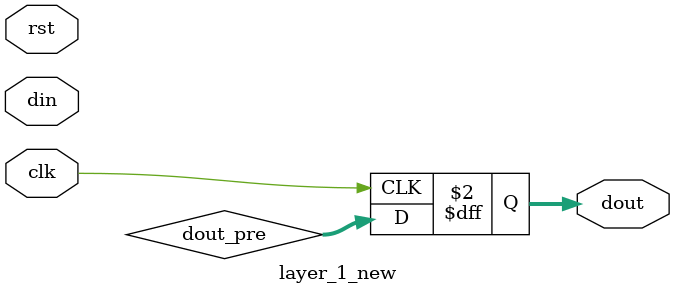
<source format=v>



module layer_1_new 
    # ( parameter  LUT_NUM_ONE_EQUATION    		  = 0 , // 171      // and thre are 32 equation
    			         LUT_OUT_NUM_ONE_EQUATION     = 0 , // 174
                   LUT_POLY                     = 0 ,                   
    	             BUS_WIDTH  		              = LUT_NUM_ONE_EQUATION*5  
        )
( 
            input	            		clk      ,   
            input	            		rst      ,   
            input      [BUS_WIDTH-1:0]    	din      ,
            output reg [LUT_OUT_NUM_ONE_EQUATION*32-1:0]       dout 				      

 ) ;






parameter  [0:LUT_NUM_ONE_EQUATION*64*16-1] POLY  = LUT_POLY ;


wire [LUT_NUM_ONE_EQUATION*2*16-1:0]  dout_pre ;


genvar i,j;
generate
    for (i=0; i<16; i=i+1) begin : first_layer_1
    	for (j=0; j<LUT_NUM_ONE_EQUATION; j=j+1) begin : first_layer_2
    	 //   	LUT6 #(
		   	//    .INIT(POLY[i*LUT_NUM_ONE_EQUATION*64+j*64 +: 64])  // Specify LUT Contents
		   	// ) LUT6_inst (
		   	//    .O(dout_pre[i*LUT_NUM_ONE_EQUATION+j]),   // LUT general output
		   	//    .I0(din[j*6]  ), // LUT input
		   	//    .I1(din[j*6+1]), // LUT input
		   	//    .I2(din[j*6+2]), // LUT input
		   	//    .I3(din[j*6+3]), // LUT input
		   	//    .I4(din[j*6+4]), // LUT input
		   	//    .I5(din[j*6+5])  // LUT input
		   	// );
(* DONT_TOUCH= "TRUE" *)  			LUT6_2 #(
   			   .INIT(POLY[i*LUT_NUM_ONE_EQUATION*64+j*64 +: 64]) // Specify LUT Contents
   			) LUT6_2_inst (
   			   .O6(dout_pre[i*LUT_NUM_ONE_EQUATION+j]), // 1-bit LUT6 output
   			   .O5(dout_pre[i*LUT_NUM_ONE_EQUATION+j+16*LUT_NUM_ONE_EQUATION]), // 1-bit lower LUT5 output
   			   .I0(din[j*5]  ), // 1-bit LUT input
   			   .I1(din[j*5+1]), // 1-bit LUT input
   			   .I2(din[j*5+2]), // 1-bit LUT input
   			   .I3(din[j*5+3]), // 1-bit LUT input
   			   .I4(din[j*5+4]), // 1-bit LUT input
   			   .I5(1'b1)  // 1-bit LUT input (fast MUX select only available to O6 output)
   			);
    	end
    end
endgenerate






// integer m,n ;
// always @(posedge clk or posedge rst) begin
// 	if (rst == 1'b1) begin
// 		dout <= 'b0 ;
// 	end
//     else begin
//     	for (m=0; m<32; m=m+1) begin 
//     		for (n=0; n<LUT_OUT_NUM_ONE_EQUATION; n=n+1) begin 
//     			if ( n<LUT_NUM_ONE_EQUATION ) begin
//     				dout[m*LUT_OUT_NUM_ONE_EQUATION+n] <= dout_pre[m*LUT_NUM_ONE_EQUATION+n];
//     			end
//     			else begin
//     				dout[m*LUT_OUT_NUM_ONE_EQUATION+n] <= 1'b0 ;
//     			end
//     		end
//     	end
//     end
// end

always @(posedge clk) begin

            dout <= dout_pre;

end

// always @(posedge clk) begin
//   if (rst == 1'b1) begin
//     dout <= 'b0 ;
//   end
//     else begin

//             dout <= dout_pre;
//           end

// end



endmodule 

// always @(posedge clk or posedge rst) begin
// 	if (rst == 1'b1) begin
// 		dout <= 'b0 ;
// 	end
//     else begin
//        dout <= dout_pre ; 
//     end
// end
// 
// parameter  [0:LUT_NUM_ONE_EQUATION*64*16-1] POLY  = { 
// 64'b1010101010101010101010101010101001010101010101011010101010101010,
// 64'b0011001100110011110011001100110001010101101010100101010110101010,
// 64'b0101101001011010010110100101101000001111111100000000111111110000,
// 64'b1100110011001100110011001100110000001111000011111111000011110000,
// 64'b1111111111111111000000000000000011000011110000110011110000111100,
// 64'b0110011010011001100110010110011000110011001100111100110011001100,
// 64'b0110100101101001100101101001011001011010010110100101101001011010,
// 64'b1111000011110000111100001111000001011010010110100101101001011010,
// 64'b1111111111111111000000000000000011111111111111110000000000000000,
// 64'b1010010101011010101001010101101011000011001111001100001100111100,
// 64'b1010101001010101010101011010101011001100110011001100110011001100,
// 64'b0101010110101010010101011010101000111100001111000011110000111100,
// 64'b1001100101100110100110010110011000000000000000000000000000000000,
// 64'b0110011001100110011001100110011011001100110011001100110011001100,
// 64'b1100001111000011001111000011110010011001100110010110011001100110,
// 64'b1100001100111100110000110011110000000000111111111111111100000000,
// 64'b0011110000111100001111000011110011111111000000001111111100000000,
// 64'b1111111111111111000000000000000010100101010110101010010101011010,
// 64'b0000111111110000000011111111000001011010010110100101101001011010,
// 64'b0000000011111111111111110000000010011001011001101001100101100110,
// 64'b1010010101011010101001010101101000110011110011000011001111001100,
// 64'b1111111111111111000000000000000000000000000000000000000000000000,
// 64'b1100001111000011001111000011110001011010101001011010010101011010,
// 64'b1001100101100110100110010110011011110000111100001111000011110000,
// 64'b1100110000110011001100111100110000001111111100000000111111110000,
// 64'b1010010101011010101001010101101000000000000000000000000000000000,
// 64'b1001011010010110100101101001011011110000111100001111000011110000,
// 64'b0011110011000011110000110011110000111100001111000011110000111100,
// 64'b0000000011111111111111110000000001010101010101011010101010101010,
// 64'b1100001100111100110000110011110001010101010101011010101010101010,
// 64'b1111111111111111000000000000000011001100001100110011001111001100,
// 64'b1100110011001100110011001100110000110011110011000011001111001100,
// 64'b1001011010010110100101101001011011000011110000110011110000111100,
// 64'b1001011001101001011010011001011000001111000011111111000011110000,
// 64'b1111111111111111000000000000000000000000000000000000000000000000,
// 64'b0000000000000000000000000000000011001100001100110011001111001100,
// 64'b1100001100111100110000110011110001010101101010100101010110101010,
// 64'b0101101010100101101001010101101000000000111111111111111100000000,
// 64'b0000000000000000000000000000000000000000000000000000000000000000,
// 64'b1100001100111100110000110011110011111111000000001111111100000000,
// 64'b1111000000001111000011111111000000001111111100000000111111110000,
// 64'b0101010101010101101010101010101011001100110011001100110011001100,
// 64'b0101101010100101101001010101101001100110011001100110011001100110,
// 64'b0000000000000000000000000000000010100101101001010101101001011010,
// 64'b0101101001011010010110100101101010100101101001010101101001011010,
// 64'b1100001100111100110000110011110000001111111100000000111111110000,
// 64'b0011110011000011110000110011110001010101101010100101010110101010,
// 64'b1010101010101010101010101010101010101010101010101010101010101010,
// 64'b1010101010101010101010101010101000001111000011111111000011110000,
// 64'b1111000000001111000011111111000010011001100110010110011001100110,
// 64'b1100110000110011001100111100110011111111111111110000000000000000,
// 64'b1010101010101010101010101010101010101010101010101010101010101010,
// 64'b0101101010100101101001010101101011111111111111110000000000000000,
// 64'b0011001111001100001100111100110000000000111111111111111100000000,
// 64'b0011110000111100001111000011110011110000111100001111000011110000,
// 64'b1010101001010101010101011010101000111100001111000011110000111100,
// 64'b0101010101010101101010101010101000110011110011000011001111001100,
// 64'b0101010101010101101010101010101010011001011001101001100101100110,
// 64'b1001100101100110100110010110011010101010010101010101010110101010,
// 64'b0000000011111111111111110000000000110011001100111100110011001100,
// 64'b1001100110011001011001100110011011001100110011001100110011001100,
// 64'b0110100110010110011010011001011011111111000000001111111100000000,
// 64'b1010101010101010101010101010101010010110100101101001011010010110,
// 64'b1111000000001111000011111111000010101010101010101010101010101010,
// 64'b1111111100000000111111110000000001100110011001100110011001100110,
// 64'b0110011010011001100110010110011000000000000000000000000000000000,
// 64'b1001011010010110100101101001011001010101010101011010101010101010,
// 64'b0101010110101010010101011010101001010101101010100101010110101010,
// 64'b1111111111111111000000000000000000001111111100000000111111110000,
// 64'b1001100110011001011001100110011000001111000011111111000011110000,
// 64'b0000000011111111111111110000000011000011110000110011110000111100,
// 64'b0000000000000000000000000000000000110011001100111100110011001100,
// 64'b0000111100001111111100001111000001011010010110100101101001011010,
// 64'b0110100101101001100101101001011001011010010110100101101001011010,
// 64'b0011001100110011110011001100110011111111111111110000000000000000,
// 64'b0110011010011001100110010110011011000011001111001100001100111100,
// 64'b0101010101010101101010101010101011001100110011001100110011001100,
// 64'b0011001111001100001100111100110000111100001111000011110000111100,
// 64'b1100001111000011001111000011110010101010101010101010101010101010,
// 64'b0110100110010110011010011001011011111111111111110000000000000000,
// 64'b0011001100110011110011001100110011000011110000110011110000111100,
// 64'b0000000000000000000000000000000011001100001100110011001111001100,
// 64'b1001011010010110100101101001011000000000111111111111111100000000,
// 64'b0101010101010101101010101010101011000011110000110011110000111100,
// 64'b1010101010101010101010101010101000110011001100111100110011001100,
// 64'b1111111100000000111111110000000001101001100101100110100110010110,
// 64'b0110100110010110011010011001011011001100001100110011001111001100,
// 64'b0101101001011010010110100101101010100101010110101010010101011010,
// 64'b0110100101101001100101101001011011110000111100001111000011110000,
// 64'b0110011001100110011001100110011010100101010110101010010101011010,
// 64'b0101101001011010010110100101101010010110100101101001011010010110,
// 64'b1010010101011010101001010101101001100110011001100110011001100110,
// 64'b1010010101011010101001010101101000110011001100111100110011001100,
// 64'b1010101010101010101010101010101011111111000000001111111100000000,
// 64'b0110011001100110011001100110011001101001011010011001011010010110,
// 64'b0011110011000011110000110011110010101010101010101010101010101010,
// 64'b1010101001010101010101011010101011000011110000110011110000111100,
// 64'b0000111100001111111100001111000000110011001100111100110011001100,
// 64'b0000111100001111111100001111000001100110100110011001100101100110,
// 64'b1100001100111100110000110011110011110000111100001111000011110000,
// 64'b1001011010010110100101101001011011000011110000110011110000111100,
// 64'b0110100101101001100101101001011001010101010101011010101010101010,
// 64'b1100001100111100110000110011110010011001100110010110011001100110,
// 64'b1010101010101010101010101010101001011010010110100101101001011010,
// 64'b0110011010011001100110010110011000111100001111000011110000111100,
// 64'b1111111100000000111111110000000011110000111100001111000011110000,
// 64'b1001011010010110100101101001011001010101010101011010101010101010,
// 64'b1111000011110000111100001111000011000011001111001100001100111100,
// 64'b0000111111110000000011111111000001100110011001100110011001100110,
// 64'b1111111100000000111111110000000000001111111100000000111111110000,
// 64'b0011110011000011110000110011110001011010010110100101101001011010,
// 64'b1010010101011010101001010101101001101001011010011001011010010110,
// 64'b1010010101011010101001010101101001010101101010100101010110101010,
// 64'b0110011001100110011001100110011000001111111100000000111111110000,
// 64'b0110100101101001100101101001011001100110011001100110011001100110,
// 64'b0000111100001111111100001111000010010110100101101001011010010110,
// 64'b0101010110101010010101011010101010011001011001101001100101100110,
// 64'b1100001111000011001111000011110000001111111100000000111111110000,
// 64'b0101010101010101101010101010101011111111000000001111111100000000,
// 64'b1100001100111100110000110011110011001100110011001100110011001100,
// 64'b1111111100000000111111110000000001011010101001011010010101011010,
// 64'b0000000011111111111111110000000000111100001111000011110000111100,
// 64'b1111111111111111000000000000000000000000111111111111111100000000,
// 64'b1111000000001111000011111111000000110011110011000011001111001100,
// 64'b0110011010011001100110010110011011000011001111001100001100111100,
// 64'b1100110000110011001100111100110010011001100110010110011001100110,
// 64'b0011110000111100001111000011110000000000111111111111111100000000,
// 64'b1100001100111100110000110011110000111100001111000011110000111100,
// 64'b0101010110101010010101011010101011000011001111001100001100111100,
// 64'b0110011001100110011001100110011000111100001111000011110000111100,
// 64'b1010010101011010101001010101101010101010010101010101010110101010,
// 64'b0101010101010101101010101010101011001100110011001100110011001100,
// 64'b0000000011111111111111110000000010101010101010101010101010101010,
// 64'b0011001100110011110011001100110000000000111111111111111100000000,
// 64'b0000000000000000000000000000000001011010101001011010010101011010,
// 64'b1100110000110011001100111100110010011001011001101001100101100110,
// 64'b1100001100111100110000110011110011001100110011001100110011001100,
// 64'b1001100110011001011001100110011000000000111111111111111100000000,
// 64'b0101101001011010010110100101101011000011110000110011110000111100,
// 64'b0000000000000000000000000000000011110000000011110000111111110000,
// 64'b0101101001011010010110100101101000001111000011111111000011110000,
// 64'b0110011010011001100110010110011010100101101001010101101001011010,
// 64'b1010010101011010101001010101101010010110100101101001011010010110,
// 64'b0110011010011001100110010110011000110011001100111100110011001100,
// 64'b1111111111111111000000000000000001011010010110100101101001011010,
// 64'b0000111100001111111100001111000011001100110011001100110011001100,
// 64'b1001011010010110100101101001011011111111111111110000000000000000,
// 64'b0101010101010101101010101010101001100110100110011001100101100110,
// 64'b0110100110010110011010011001011001101001011010011001011010010110,
// 64'b0011001111001100001100111100110011110000111100001111000011110000,
// 64'b1100110011001100110011001100110011111111111111110000000000000000,
// 64'b0110011010011001100110010110011010100101010110101010010101011010,
// 64'b1010010101011010101001010101101010101010010101010101010110101010,
// 64'b1001100110011001011001100110011001010101101010100101010110101010,
// 64'b1001011001101001011010011001011010011001011001101001100101100110,
// 64'b0000000000000000000000000000000001101001100101100110100110010110,
// 64'b0110100101101001100101101001011011110000111100001111000011110000,
// 64'b1001100110011001011001100110011010011001011001101001100101100110,
// 64'b0000111111110000000011111111000011110000111100001111000011110000,
// 64'b1010010101011010101001010101101000000000000000000000000000000000,
// 64'b0011001100110011110011001100110001101001011010011001011010010110,
// 64'b1111000011110000111100001111000001101001100101100110100110010110,
// 64'b0110011001100110011001100110011001010101101010100101010110101010,
// 64'b0000000000000000000000000000000000000000000000000000000000000000,
// 64'b0011110000111100001111000011110001100110100110011001100101100110,
// 64'b1100001111000011001111000011110000110011001100111100110011001100,
// 64'b1001011001101001011010011001011010011001100110010110011001100110,
// 64'b1100001111000011001111000011110011000011110000110011110000111100,
// 64'b0011001111001100001100111100110011000011001111001100001100111100,
// 64'b1100001100111100110000110011110011111111000000001111111100000000,
// 64'b1001011010010110100101101001011011000011110000110011110000111100,
// 64'b1010101001010101010101011010101011111111000000001111111100000000,
// 64'b1100110000110011001100111100110000000000000000000000000000000000,
// 64'b1111000011110000111100001111000011000011001111001100001100111100,
// 64'b0101010110101010010101011010101010010110011010010110100110010110,
// 64'b0011110000111100001111000011110000110011001100111100110011001100,
// 64'b0000000000000000000000000000000000000000000000000000000000000000,
// 64'b0000111111110000000011111111000011000011110000110011110000111100,
// 64'b0000111111110000000011111111000001011010010110100101101001011010,
// 64'b1001011001101001011010011001011010010110100101101001011010010110,
// 64'b1010010101011010101001010101101010100101010110101010010101011010,
// 64'b0101101001011010010110100101101010100101010110101010010101011010,
// 64'b1111000000001111000011111111000011111111111111110000000000000000,
// 64'b1100001100111100110000110011110000001111111100000000111111110000,
// 64'b0011001100110011110011001100110001010101010101011010101010101010,
// 64'b1010010110100101010110100101101000000000000000000000000000000000,
// 64'b0101010110101010010101011010101011110000000011110000111111110000,
// 64'b0011001100110011110011001100110000111100110000111100001100111100,
// 64'b0000111111110000000011111111000001011010010110100101101001011010,
// 64'b0000000000000000000000000000000010101010101010101010101010101010,
// 64'b0000000011111111111111110000000000001111111100000000111111110000,
// 64'b0000000011111111111111110000000010011001011001101001100101100110,
// 64'b0011110011000011110000110011110011000011001111001100001100111100,
// 64'b0110011010011001100110010110011011001100001100110011001111001100,
// 64'b0011001111001100001100111100110000110011110011000011001111001100,
// 64'b0000000011111111111111110000000000000000000000000000000000000000,
// 64'b0101101010100101101001010101101010101010010101010101010110101010,
// 64'b1111000011110000111100001111000011001100110011001100110011001100,
// 64'b1001100101100110100110010110011010101010101010101010101010101010,
// 64'b1001100110011001011001100110011000000000111111111111111100000000,
// 64'b1111000011110000111100001111000001011010101001011010010101011010,
// 64'b1010101001010101010101011010101010011001011001101001100101100110,
// 64'b0000000000000000000000000000000011001100110011001100110011001100,
// 64'b1111111111111111000000000000000000000000111111111111111100000000,
// 64'b0101010101010101101010101010101011000011110000110011110000111100,
// 64'b0101101010100101101001010101101011110000000011110000111111110000,
// 64'b0110100101101001100101101001011000001111000011111111000011110000,
// 64'b0101101001011010010110100101101001011010010110100101101001011010

//  } ; 
</source>
